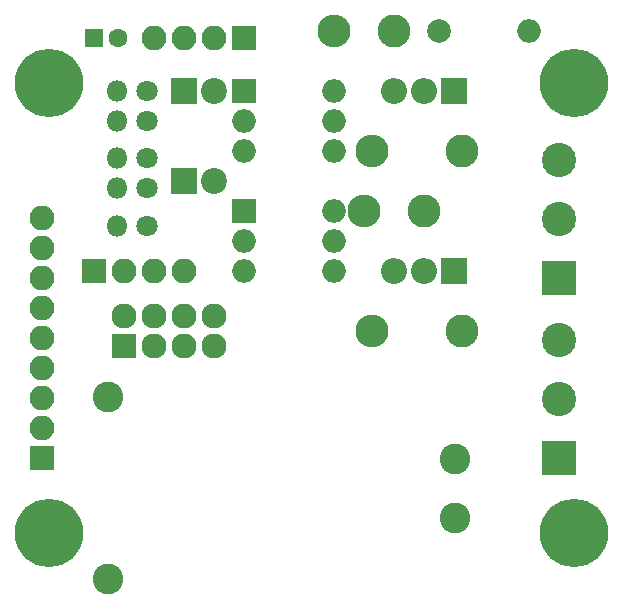
<source format=gbr>
G04 #@! TF.FileFunction,Soldermask,Top*
%FSLAX46Y46*%
G04 Gerber Fmt 4.6, Leading zero omitted, Abs format (unit mm)*
G04 Created by KiCad (PCBNEW 4.0.7-e2-6376~58~ubuntu17.04.1) date Sat May  5 23:35:11 2018*
%MOMM*%
%LPD*%
G01*
G04 APERTURE LIST*
%ADD10C,0.100000*%
%ADD11C,5.800000*%
%ADD12C,2.600000*%
%ADD13R,2.100000X2.100000*%
%ADD14O,2.100000X2.100000*%
%ADD15R,2.127200X2.127200*%
%ADD16O,2.127200X2.127200*%
%ADD17R,2.000000X2.000000*%
%ADD18O,2.000000X2.000000*%
%ADD19R,2.200000X2.200000*%
%ADD20O,2.200000X2.200000*%
%ADD21C,2.200000*%
%ADD22C,2.800000*%
%ADD23O,2.800000X2.800000*%
%ADD24C,2.000000*%
%ADD25R,1.600000X1.600000*%
%ADD26C,1.600000*%
%ADD27C,2.900000*%
%ADD28R,2.900000X2.900000*%
%ADD29C,1.800000*%
%ADD30O,1.800000X1.800000*%
G04 APERTURE END LIST*
D10*
D11*
X176530000Y-137795000D03*
D12*
X210915000Y-136485000D03*
X210915000Y-131485000D03*
X181515000Y-141685000D03*
X181515000Y-126285000D03*
D13*
X175895000Y-131445000D03*
D14*
X175895000Y-128905000D03*
X175895000Y-126365000D03*
X175895000Y-123825000D03*
X175895000Y-121285000D03*
X175895000Y-118745000D03*
X175895000Y-116205000D03*
X175895000Y-113665000D03*
X175895000Y-111125000D03*
D11*
X176530000Y-99695000D03*
X220980000Y-137795000D03*
D15*
X182880000Y-121920000D03*
D16*
X182880000Y-119380000D03*
X185420000Y-121920000D03*
X185420000Y-119380000D03*
X187960000Y-121920000D03*
X187960000Y-119380000D03*
X190500000Y-121920000D03*
X190500000Y-119380000D03*
D17*
X193040000Y-110490000D03*
D18*
X200660000Y-115570000D03*
X193040000Y-113030000D03*
X200660000Y-113030000D03*
X193040000Y-115570000D03*
X200660000Y-110490000D03*
D19*
X210820000Y-115570000D03*
D20*
X208280000Y-115570000D03*
X205740000Y-115570000D03*
D19*
X187960000Y-100330000D03*
D21*
X190500000Y-100330000D03*
D19*
X187960000Y-107950000D03*
D21*
X190500000Y-107950000D03*
D17*
X193040000Y-100330000D03*
D18*
X200660000Y-105410000D03*
X193040000Y-102870000D03*
X200660000Y-102870000D03*
X193040000Y-105410000D03*
X200660000Y-100330000D03*
D19*
X210820000Y-100330000D03*
D20*
X208280000Y-100330000D03*
X205740000Y-100330000D03*
D13*
X193040000Y-95885000D03*
D14*
X190500000Y-95885000D03*
X187960000Y-95885000D03*
X185420000Y-95885000D03*
D22*
X205740000Y-95250000D03*
D23*
X200660000Y-95250000D03*
D22*
X208280000Y-110490000D03*
D23*
X203200000Y-110490000D03*
D22*
X211455000Y-105410000D03*
D23*
X203835000Y-105410000D03*
D22*
X211455000Y-120650000D03*
D23*
X203835000Y-120650000D03*
D13*
X180340000Y-115570000D03*
D14*
X182880000Y-115570000D03*
X185420000Y-115570000D03*
X187960000Y-115570000D03*
D11*
X220980000Y-99695000D03*
D24*
X209550000Y-95250000D03*
D18*
X217170000Y-95250000D03*
D25*
X180340000Y-95885000D03*
D26*
X182340000Y-95885000D03*
D27*
X219710000Y-106205000D03*
D28*
X219710000Y-116205000D03*
D27*
X219710000Y-111205000D03*
X219710000Y-121445000D03*
D28*
X219710000Y-131445000D03*
D27*
X219710000Y-126445000D03*
D29*
X184785000Y-100330000D03*
D30*
X182245000Y-100330000D03*
D29*
X184785000Y-106045000D03*
D30*
X182245000Y-106045000D03*
D29*
X184785000Y-102870000D03*
D30*
X182245000Y-102870000D03*
D29*
X184785000Y-108585000D03*
D30*
X182245000Y-108585000D03*
D29*
X184785000Y-111760000D03*
D30*
X182245000Y-111760000D03*
M02*

</source>
